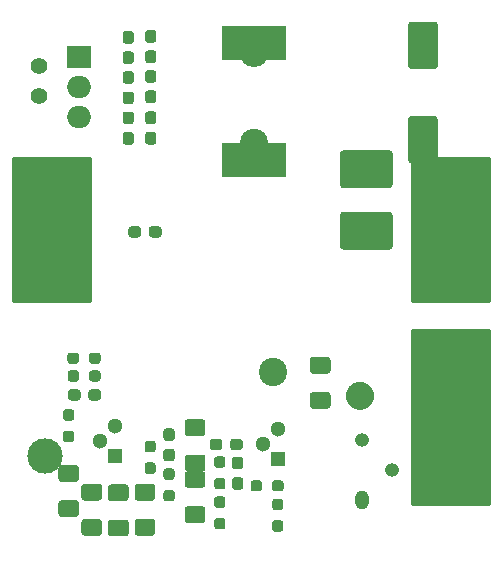
<source format=gbr>
%TF.GenerationSoftware,KiCad,Pcbnew,5.1.7-a382d34a88~89~ubuntu20.04.1*%
%TF.CreationDate,2021-11-17T19:13:42+01:00*%
%TF.ProjectId,miniWhip,6d696e69-5768-4697-902e-6b696361645f,rev?*%
%TF.SameCoordinates,Original*%
%TF.FileFunction,Soldermask,Top*%
%TF.FilePolarity,Negative*%
%FSLAX46Y46*%
G04 Gerber Fmt 4.6, Leading zero omitted, Abs format (unit mm)*
G04 Created by KiCad (PCBNEW 5.1.7-a382d34a88~89~ubuntu20.04.1) date 2021-11-17 19:13:42*
%MOMM*%
%LPD*%
G01*
G04 APERTURE LIST*
%ADD10R,1.300000X1.300000*%
%ADD11C,1.300000*%
%ADD12R,5.400000X2.900000*%
%ADD13C,1.400000*%
%ADD14O,2.000000X1.905000*%
%ADD15R,2.000000X1.905000*%
%ADD16O,2.400000X2.400000*%
%ADD17C,2.400000*%
%ADD18R,5.080000X1.500000*%
%ADD19C,3.000000*%
%ADD20O,1.200000X1.600000*%
%ADD21O,1.200000X1.200000*%
%ADD22C,0.254000*%
%ADD23C,0.100000*%
G04 APERTURE END LIST*
%TO.C,R12*%
G36*
G01*
X36558500Y-59336500D02*
X36558500Y-59811500D01*
G75*
G02*
X36321000Y-60049000I-237500J0D01*
G01*
X35821000Y-60049000D01*
G75*
G02*
X35583500Y-59811500I0J237500D01*
G01*
X35583500Y-59336500D01*
G75*
G02*
X35821000Y-59099000I237500J0D01*
G01*
X36321000Y-59099000D01*
G75*
G02*
X36558500Y-59336500I0J-237500D01*
G01*
G37*
G36*
G01*
X38383500Y-59336500D02*
X38383500Y-59811500D01*
G75*
G02*
X38146000Y-60049000I-237500J0D01*
G01*
X37646000Y-60049000D01*
G75*
G02*
X37408500Y-59811500I0J237500D01*
G01*
X37408500Y-59336500D01*
G75*
G02*
X37646000Y-59099000I237500J0D01*
G01*
X38146000Y-59099000D01*
G75*
G02*
X38383500Y-59336500I0J-237500D01*
G01*
G37*
%TD*%
D10*
%TO.C,Q1*%
X39621000Y-66324000D03*
D11*
X39621000Y-63784000D03*
X38351000Y-65054000D03*
%TD*%
%TO.C,L2*%
G36*
G01*
X58896000Y-45674000D02*
X62846000Y-45674000D01*
G75*
G02*
X63096000Y-45924000I0J-250000D01*
G01*
X63096000Y-48624000D01*
G75*
G02*
X62846000Y-48874000I-250000J0D01*
G01*
X58896000Y-48874000D01*
G75*
G02*
X58646000Y-48624000I0J250000D01*
G01*
X58646000Y-45924000D01*
G75*
G02*
X58896000Y-45674000I250000J0D01*
G01*
G37*
G36*
G01*
X58896000Y-40474000D02*
X62846000Y-40474000D01*
G75*
G02*
X63096000Y-40724000I0J-250000D01*
G01*
X63096000Y-43424000D01*
G75*
G02*
X62846000Y-43674000I-250000J0D01*
G01*
X58896000Y-43674000D01*
G75*
G02*
X58646000Y-43424000I0J250000D01*
G01*
X58646000Y-40724000D01*
G75*
G02*
X58896000Y-40474000I250000J0D01*
G01*
G37*
%TD*%
D12*
%TO.C,L1*%
X51371000Y-41274000D03*
X51371000Y-31374000D03*
%TD*%
%TO.C,D11*%
G36*
G01*
X56346000Y-60924000D02*
X57596000Y-60924000D01*
G75*
G02*
X57846000Y-61174000I0J-250000D01*
G01*
X57846000Y-62099000D01*
G75*
G02*
X57596000Y-62349000I-250000J0D01*
G01*
X56346000Y-62349000D01*
G75*
G02*
X56096000Y-62099000I0J250000D01*
G01*
X56096000Y-61174000D01*
G75*
G02*
X56346000Y-60924000I250000J0D01*
G01*
G37*
G36*
G01*
X56346000Y-57949000D02*
X57596000Y-57949000D01*
G75*
G02*
X57846000Y-58199000I0J-250000D01*
G01*
X57846000Y-59124000D01*
G75*
G02*
X57596000Y-59374000I-250000J0D01*
G01*
X56346000Y-59374000D01*
G75*
G02*
X56096000Y-59124000I0J250000D01*
G01*
X56096000Y-58199000D01*
G75*
G02*
X56346000Y-57949000I250000J0D01*
G01*
G37*
%TD*%
%TO.C,D10*%
G36*
G01*
X45746000Y-70599000D02*
X46996000Y-70599000D01*
G75*
G02*
X47246000Y-70849000I0J-250000D01*
G01*
X47246000Y-71774000D01*
G75*
G02*
X46996000Y-72024000I-250000J0D01*
G01*
X45746000Y-72024000D01*
G75*
G02*
X45496000Y-71774000I0J250000D01*
G01*
X45496000Y-70849000D01*
G75*
G02*
X45746000Y-70599000I250000J0D01*
G01*
G37*
G36*
G01*
X45746000Y-67624000D02*
X46996000Y-67624000D01*
G75*
G02*
X47246000Y-67874000I0J-250000D01*
G01*
X47246000Y-68799000D01*
G75*
G02*
X46996000Y-69049000I-250000J0D01*
G01*
X45746000Y-69049000D01*
G75*
G02*
X45496000Y-68799000I0J250000D01*
G01*
X45496000Y-67874000D01*
G75*
G02*
X45746000Y-67624000I250000J0D01*
G01*
G37*
%TD*%
%TO.C,D9*%
G36*
G01*
X45746000Y-66224000D02*
X46996000Y-66224000D01*
G75*
G02*
X47246000Y-66474000I0J-250000D01*
G01*
X47246000Y-67399000D01*
G75*
G02*
X46996000Y-67649000I-250000J0D01*
G01*
X45746000Y-67649000D01*
G75*
G02*
X45496000Y-67399000I0J250000D01*
G01*
X45496000Y-66474000D01*
G75*
G02*
X45746000Y-66224000I250000J0D01*
G01*
G37*
G36*
G01*
X45746000Y-63249000D02*
X46996000Y-63249000D01*
G75*
G02*
X47246000Y-63499000I0J-250000D01*
G01*
X47246000Y-64424000D01*
G75*
G02*
X46996000Y-64674000I-250000J0D01*
G01*
X45746000Y-64674000D01*
G75*
G02*
X45496000Y-64424000I0J250000D01*
G01*
X45496000Y-63499000D01*
G75*
G02*
X45746000Y-63249000I250000J0D01*
G01*
G37*
%TD*%
%TO.C,D8*%
G36*
G01*
X42746000Y-70124000D02*
X41496000Y-70124000D01*
G75*
G02*
X41246000Y-69874000I0J250000D01*
G01*
X41246000Y-68949000D01*
G75*
G02*
X41496000Y-68699000I250000J0D01*
G01*
X42746000Y-68699000D01*
G75*
G02*
X42996000Y-68949000I0J-250000D01*
G01*
X42996000Y-69874000D01*
G75*
G02*
X42746000Y-70124000I-250000J0D01*
G01*
G37*
G36*
G01*
X42746000Y-73099000D02*
X41496000Y-73099000D01*
G75*
G02*
X41246000Y-72849000I0J250000D01*
G01*
X41246000Y-71924000D01*
G75*
G02*
X41496000Y-71674000I250000J0D01*
G01*
X42746000Y-71674000D01*
G75*
G02*
X42996000Y-71924000I0J-250000D01*
G01*
X42996000Y-72849000D01*
G75*
G02*
X42746000Y-73099000I-250000J0D01*
G01*
G37*
%TD*%
%TO.C,D7*%
G36*
G01*
X39246000Y-71724000D02*
X40496000Y-71724000D01*
G75*
G02*
X40746000Y-71974000I0J-250000D01*
G01*
X40746000Y-72899000D01*
G75*
G02*
X40496000Y-73149000I-250000J0D01*
G01*
X39246000Y-73149000D01*
G75*
G02*
X38996000Y-72899000I0J250000D01*
G01*
X38996000Y-71974000D01*
G75*
G02*
X39246000Y-71724000I250000J0D01*
G01*
G37*
G36*
G01*
X39246000Y-68749000D02*
X40496000Y-68749000D01*
G75*
G02*
X40746000Y-68999000I0J-250000D01*
G01*
X40746000Y-69924000D01*
G75*
G02*
X40496000Y-70174000I-250000J0D01*
G01*
X39246000Y-70174000D01*
G75*
G02*
X38996000Y-69924000I0J250000D01*
G01*
X38996000Y-68999000D01*
G75*
G02*
X39246000Y-68749000I250000J0D01*
G01*
G37*
%TD*%
%TO.C,D6*%
G36*
G01*
X38246000Y-70124000D02*
X36996000Y-70124000D01*
G75*
G02*
X36746000Y-69874000I0J250000D01*
G01*
X36746000Y-68949000D01*
G75*
G02*
X36996000Y-68699000I250000J0D01*
G01*
X38246000Y-68699000D01*
G75*
G02*
X38496000Y-68949000I0J-250000D01*
G01*
X38496000Y-69874000D01*
G75*
G02*
X38246000Y-70124000I-250000J0D01*
G01*
G37*
G36*
G01*
X38246000Y-73099000D02*
X36996000Y-73099000D01*
G75*
G02*
X36746000Y-72849000I0J250000D01*
G01*
X36746000Y-71924000D01*
G75*
G02*
X36996000Y-71674000I250000J0D01*
G01*
X38246000Y-71674000D01*
G75*
G02*
X38496000Y-71924000I0J-250000D01*
G01*
X38496000Y-72849000D01*
G75*
G02*
X38246000Y-73099000I-250000J0D01*
G01*
G37*
%TD*%
%TO.C,D5*%
G36*
G01*
X36296000Y-68536500D02*
X35046000Y-68536500D01*
G75*
G02*
X34796000Y-68286500I0J250000D01*
G01*
X34796000Y-67361500D01*
G75*
G02*
X35046000Y-67111500I250000J0D01*
G01*
X36296000Y-67111500D01*
G75*
G02*
X36546000Y-67361500I0J-250000D01*
G01*
X36546000Y-68286500D01*
G75*
G02*
X36296000Y-68536500I-250000J0D01*
G01*
G37*
G36*
G01*
X36296000Y-71511500D02*
X35046000Y-71511500D01*
G75*
G02*
X34796000Y-71261500I0J250000D01*
G01*
X34796000Y-70336500D01*
G75*
G02*
X35046000Y-70086500I250000J0D01*
G01*
X36296000Y-70086500D01*
G75*
G02*
X36546000Y-70336500I0J-250000D01*
G01*
X36546000Y-71261500D01*
G75*
G02*
X36296000Y-71511500I-250000J0D01*
G01*
G37*
%TD*%
D13*
%TO.C,TP2*%
X33121000Y-35864000D03*
X33121000Y-33324000D03*
%TD*%
D14*
%TO.C,U2*%
X36521000Y-37604000D03*
X36521000Y-35064000D03*
D15*
X36521000Y-32524000D03*
%TD*%
D16*
%TO.C,R23*%
X51371000Y-32204000D03*
D17*
X51371000Y-39824000D03*
%TD*%
D18*
%TO.C,J6*%
X68471000Y-47374000D03*
X68471000Y-43124000D03*
X68471000Y-51624000D03*
%TD*%
%TO.C,J5*%
X33571000Y-47374000D03*
X33571000Y-51624000D03*
X33571000Y-43124000D03*
%TD*%
%TO.C,C22*%
G36*
G01*
X64671000Y-37574000D02*
X66671000Y-37574000D01*
G75*
G02*
X66921000Y-37824000I0J-250000D01*
G01*
X66921000Y-41324000D01*
G75*
G02*
X66671000Y-41574000I-250000J0D01*
G01*
X64671000Y-41574000D01*
G75*
G02*
X64421000Y-41324000I0J250000D01*
G01*
X64421000Y-37824000D01*
G75*
G02*
X64671000Y-37574000I250000J0D01*
G01*
G37*
G36*
G01*
X64671000Y-29574000D02*
X66671000Y-29574000D01*
G75*
G02*
X66921000Y-29824000I0J-250000D01*
G01*
X66921000Y-33324000D01*
G75*
G02*
X66671000Y-33574000I-250000J0D01*
G01*
X64671000Y-33574000D01*
G75*
G02*
X64421000Y-33324000I0J250000D01*
G01*
X64421000Y-29824000D01*
G75*
G02*
X64671000Y-29574000I250000J0D01*
G01*
G37*
%TD*%
%TO.C,C21*%
G36*
G01*
X42383500Y-38899000D02*
X42858500Y-38899000D01*
G75*
G02*
X43096000Y-39136500I0J-237500D01*
G01*
X43096000Y-39736500D01*
G75*
G02*
X42858500Y-39974000I-237500J0D01*
G01*
X42383500Y-39974000D01*
G75*
G02*
X42146000Y-39736500I0J237500D01*
G01*
X42146000Y-39136500D01*
G75*
G02*
X42383500Y-38899000I237500J0D01*
G01*
G37*
G36*
G01*
X42383500Y-37174000D02*
X42858500Y-37174000D01*
G75*
G02*
X43096000Y-37411500I0J-237500D01*
G01*
X43096000Y-38011500D01*
G75*
G02*
X42858500Y-38249000I-237500J0D01*
G01*
X42383500Y-38249000D01*
G75*
G02*
X42146000Y-38011500I0J237500D01*
G01*
X42146000Y-37411500D01*
G75*
G02*
X42383500Y-37174000I237500J0D01*
G01*
G37*
%TD*%
%TO.C,C20*%
G36*
G01*
X40958500Y-34836500D02*
X40483500Y-34836500D01*
G75*
G02*
X40246000Y-34599000I0J237500D01*
G01*
X40246000Y-33999000D01*
G75*
G02*
X40483500Y-33761500I237500J0D01*
G01*
X40958500Y-33761500D01*
G75*
G02*
X41196000Y-33999000I0J-237500D01*
G01*
X41196000Y-34599000D01*
G75*
G02*
X40958500Y-34836500I-237500J0D01*
G01*
G37*
G36*
G01*
X40958500Y-36561500D02*
X40483500Y-36561500D01*
G75*
G02*
X40246000Y-36324000I0J237500D01*
G01*
X40246000Y-35724000D01*
G75*
G02*
X40483500Y-35486500I237500J0D01*
G01*
X40958500Y-35486500D01*
G75*
G02*
X41196000Y-35724000I0J-237500D01*
G01*
X41196000Y-36324000D01*
G75*
G02*
X40958500Y-36561500I-237500J0D01*
G01*
G37*
%TD*%
%TO.C,C19*%
G36*
G01*
X40483500Y-38911500D02*
X40958500Y-38911500D01*
G75*
G02*
X41196000Y-39149000I0J-237500D01*
G01*
X41196000Y-39749000D01*
G75*
G02*
X40958500Y-39986500I-237500J0D01*
G01*
X40483500Y-39986500D01*
G75*
G02*
X40246000Y-39749000I0J237500D01*
G01*
X40246000Y-39149000D01*
G75*
G02*
X40483500Y-38911500I237500J0D01*
G01*
G37*
G36*
G01*
X40483500Y-37186500D02*
X40958500Y-37186500D01*
G75*
G02*
X41196000Y-37424000I0J-237500D01*
G01*
X41196000Y-38024000D01*
G75*
G02*
X40958500Y-38261500I-237500J0D01*
G01*
X40483500Y-38261500D01*
G75*
G02*
X40246000Y-38024000I0J237500D01*
G01*
X40246000Y-37424000D01*
G75*
G02*
X40483500Y-37186500I237500J0D01*
G01*
G37*
%TD*%
%TO.C,C18*%
G36*
G01*
X42858500Y-34749000D02*
X42383500Y-34749000D01*
G75*
G02*
X42146000Y-34511500I0J237500D01*
G01*
X42146000Y-33911500D01*
G75*
G02*
X42383500Y-33674000I237500J0D01*
G01*
X42858500Y-33674000D01*
G75*
G02*
X43096000Y-33911500I0J-237500D01*
G01*
X43096000Y-34511500D01*
G75*
G02*
X42858500Y-34749000I-237500J0D01*
G01*
G37*
G36*
G01*
X42858500Y-36474000D02*
X42383500Y-36474000D01*
G75*
G02*
X42146000Y-36236500I0J237500D01*
G01*
X42146000Y-35636500D01*
G75*
G02*
X42383500Y-35399000I237500J0D01*
G01*
X42858500Y-35399000D01*
G75*
G02*
X43096000Y-35636500I0J-237500D01*
G01*
X43096000Y-36236500D01*
G75*
G02*
X42858500Y-36474000I-237500J0D01*
G01*
G37*
%TD*%
%TO.C,C17*%
G36*
G01*
X42383500Y-32011500D02*
X42858500Y-32011500D01*
G75*
G02*
X43096000Y-32249000I0J-237500D01*
G01*
X43096000Y-32849000D01*
G75*
G02*
X42858500Y-33086500I-237500J0D01*
G01*
X42383500Y-33086500D01*
G75*
G02*
X42146000Y-32849000I0J237500D01*
G01*
X42146000Y-32249000D01*
G75*
G02*
X42383500Y-32011500I237500J0D01*
G01*
G37*
G36*
G01*
X42383500Y-30286500D02*
X42858500Y-30286500D01*
G75*
G02*
X43096000Y-30524000I0J-237500D01*
G01*
X43096000Y-31124000D01*
G75*
G02*
X42858500Y-31361500I-237500J0D01*
G01*
X42383500Y-31361500D01*
G75*
G02*
X42146000Y-31124000I0J237500D01*
G01*
X42146000Y-30524000D01*
G75*
G02*
X42383500Y-30286500I237500J0D01*
G01*
G37*
%TD*%
%TO.C,C16*%
G36*
G01*
X41808500Y-47136500D02*
X41808500Y-47611500D01*
G75*
G02*
X41571000Y-47849000I-237500J0D01*
G01*
X40971000Y-47849000D01*
G75*
G02*
X40733500Y-47611500I0J237500D01*
G01*
X40733500Y-47136500D01*
G75*
G02*
X40971000Y-46899000I237500J0D01*
G01*
X41571000Y-46899000D01*
G75*
G02*
X41808500Y-47136500I0J-237500D01*
G01*
G37*
G36*
G01*
X43533500Y-47136500D02*
X43533500Y-47611500D01*
G75*
G02*
X43296000Y-47849000I-237500J0D01*
G01*
X42696000Y-47849000D01*
G75*
G02*
X42458500Y-47611500I0J237500D01*
G01*
X42458500Y-47136500D01*
G75*
G02*
X42696000Y-46899000I237500J0D01*
G01*
X43296000Y-46899000D01*
G75*
G02*
X43533500Y-47136500I0J-237500D01*
G01*
G37*
%TD*%
%TO.C,C15*%
G36*
G01*
X40483500Y-32086500D02*
X40958500Y-32086500D01*
G75*
G02*
X41196000Y-32324000I0J-237500D01*
G01*
X41196000Y-32924000D01*
G75*
G02*
X40958500Y-33161500I-237500J0D01*
G01*
X40483500Y-33161500D01*
G75*
G02*
X40246000Y-32924000I0J237500D01*
G01*
X40246000Y-32324000D01*
G75*
G02*
X40483500Y-32086500I237500J0D01*
G01*
G37*
G36*
G01*
X40483500Y-30361500D02*
X40958500Y-30361500D01*
G75*
G02*
X41196000Y-30599000I0J-237500D01*
G01*
X41196000Y-31199000D01*
G75*
G02*
X40958500Y-31436500I-237500J0D01*
G01*
X40483500Y-31436500D01*
G75*
G02*
X40246000Y-31199000I0J237500D01*
G01*
X40246000Y-30599000D01*
G75*
G02*
X40483500Y-30361500I237500J0D01*
G01*
G37*
%TD*%
D19*
%TO.C,TP1*%
X33671000Y-66374000D03*
%TD*%
%TO.C,C11*%
G36*
G01*
X36683500Y-60936500D02*
X36683500Y-61411500D01*
G75*
G02*
X36446000Y-61649000I-237500J0D01*
G01*
X35846000Y-61649000D01*
G75*
G02*
X35608500Y-61411500I0J237500D01*
G01*
X35608500Y-60936500D01*
G75*
G02*
X35846000Y-60699000I237500J0D01*
G01*
X36446000Y-60699000D01*
G75*
G02*
X36683500Y-60936500I0J-237500D01*
G01*
G37*
G36*
G01*
X38408500Y-60936500D02*
X38408500Y-61411500D01*
G75*
G02*
X38171000Y-61649000I-237500J0D01*
G01*
X37571000Y-61649000D01*
G75*
G02*
X37333500Y-61411500I0J237500D01*
G01*
X37333500Y-60936500D01*
G75*
G02*
X37571000Y-60699000I237500J0D01*
G01*
X38171000Y-60699000D01*
G75*
G02*
X38408500Y-60936500I0J-237500D01*
G01*
G37*
%TD*%
%TO.C,C12*%
G36*
G01*
X44408500Y-66811500D02*
X43933500Y-66811500D01*
G75*
G02*
X43696000Y-66574000I0J237500D01*
G01*
X43696000Y-65974000D01*
G75*
G02*
X43933500Y-65736500I237500J0D01*
G01*
X44408500Y-65736500D01*
G75*
G02*
X44646000Y-65974000I0J-237500D01*
G01*
X44646000Y-66574000D01*
G75*
G02*
X44408500Y-66811500I-237500J0D01*
G01*
G37*
G36*
G01*
X44408500Y-65086500D02*
X43933500Y-65086500D01*
G75*
G02*
X43696000Y-64849000I0J237500D01*
G01*
X43696000Y-64249000D01*
G75*
G02*
X43933500Y-64011500I237500J0D01*
G01*
X44408500Y-64011500D01*
G75*
G02*
X44646000Y-64249000I0J-237500D01*
G01*
X44646000Y-64849000D01*
G75*
G02*
X44408500Y-65086500I-237500J0D01*
G01*
G37*
%TD*%
%TO.C,C13*%
G36*
G01*
X49333500Y-65611500D02*
X49333500Y-65136500D01*
G75*
G02*
X49571000Y-64899000I237500J0D01*
G01*
X50171000Y-64899000D01*
G75*
G02*
X50408500Y-65136500I0J-237500D01*
G01*
X50408500Y-65611500D01*
G75*
G02*
X50171000Y-65849000I-237500J0D01*
G01*
X49571000Y-65849000D01*
G75*
G02*
X49333500Y-65611500I0J237500D01*
G01*
G37*
G36*
G01*
X47608500Y-65611500D02*
X47608500Y-65136500D01*
G75*
G02*
X47846000Y-64899000I237500J0D01*
G01*
X48446000Y-64899000D01*
G75*
G02*
X48683500Y-65136500I0J-237500D01*
G01*
X48683500Y-65611500D01*
G75*
G02*
X48446000Y-65849000I-237500J0D01*
G01*
X47846000Y-65849000D01*
G75*
G02*
X47608500Y-65611500I0J237500D01*
G01*
G37*
%TD*%
%TO.C,C14*%
G36*
G01*
X49733500Y-66411500D02*
X50208500Y-66411500D01*
G75*
G02*
X50446000Y-66649000I0J-237500D01*
G01*
X50446000Y-67249000D01*
G75*
G02*
X50208500Y-67486500I-237500J0D01*
G01*
X49733500Y-67486500D01*
G75*
G02*
X49496000Y-67249000I0J237500D01*
G01*
X49496000Y-66649000D01*
G75*
G02*
X49733500Y-66411500I237500J0D01*
G01*
G37*
G36*
G01*
X49733500Y-68136500D02*
X50208500Y-68136500D01*
G75*
G02*
X50446000Y-68374000I0J-237500D01*
G01*
X50446000Y-68974000D01*
G75*
G02*
X50208500Y-69211500I-237500J0D01*
G01*
X49733500Y-69211500D01*
G75*
G02*
X49496000Y-68974000I0J237500D01*
G01*
X49496000Y-68374000D01*
G75*
G02*
X49733500Y-68136500I237500J0D01*
G01*
G37*
%TD*%
D18*
%TO.C,J4*%
X68471000Y-67424000D03*
X68471000Y-58924000D03*
X68471000Y-63174000D03*
%TD*%
D10*
%TO.C,Q2*%
X53421000Y-66574000D03*
D11*
X53421000Y-64034000D03*
X52151000Y-65304000D03*
%TD*%
D20*
%TO.C,Q3*%
X60471000Y-70074000D03*
D21*
X63011000Y-67534000D03*
X60471000Y-64994000D03*
%TD*%
%TO.C,R10*%
G36*
G01*
X35571000Y-58311500D02*
X35571000Y-57836500D01*
G75*
G02*
X35808500Y-57599000I237500J0D01*
G01*
X36308500Y-57599000D01*
G75*
G02*
X36546000Y-57836500I0J-237500D01*
G01*
X36546000Y-58311500D01*
G75*
G02*
X36308500Y-58549000I-237500J0D01*
G01*
X35808500Y-58549000D01*
G75*
G02*
X35571000Y-58311500I0J237500D01*
G01*
G37*
G36*
G01*
X37396000Y-58311500D02*
X37396000Y-57836500D01*
G75*
G02*
X37633500Y-57599000I237500J0D01*
G01*
X38133500Y-57599000D01*
G75*
G02*
X38371000Y-57836500I0J-237500D01*
G01*
X38371000Y-58311500D01*
G75*
G02*
X38133500Y-58549000I-237500J0D01*
G01*
X37633500Y-58549000D01*
G75*
G02*
X37396000Y-58311500I0J237500D01*
G01*
G37*
%TD*%
%TO.C,R11*%
G36*
G01*
X35433500Y-64211500D02*
X35908500Y-64211500D01*
G75*
G02*
X36146000Y-64449000I0J-237500D01*
G01*
X36146000Y-64949000D01*
G75*
G02*
X35908500Y-65186500I-237500J0D01*
G01*
X35433500Y-65186500D01*
G75*
G02*
X35196000Y-64949000I0J237500D01*
G01*
X35196000Y-64449000D01*
G75*
G02*
X35433500Y-64211500I237500J0D01*
G01*
G37*
G36*
G01*
X35433500Y-62386500D02*
X35908500Y-62386500D01*
G75*
G02*
X36146000Y-62624000I0J-237500D01*
G01*
X36146000Y-63124000D01*
G75*
G02*
X35908500Y-63361500I-237500J0D01*
G01*
X35433500Y-63361500D01*
G75*
G02*
X35196000Y-63124000I0J237500D01*
G01*
X35196000Y-62624000D01*
G75*
G02*
X35433500Y-62386500I237500J0D01*
G01*
G37*
%TD*%
%TO.C,R13*%
G36*
G01*
X42333500Y-66886500D02*
X42808500Y-66886500D01*
G75*
G02*
X43046000Y-67124000I0J-237500D01*
G01*
X43046000Y-67624000D01*
G75*
G02*
X42808500Y-67861500I-237500J0D01*
G01*
X42333500Y-67861500D01*
G75*
G02*
X42096000Y-67624000I0J237500D01*
G01*
X42096000Y-67124000D01*
G75*
G02*
X42333500Y-66886500I237500J0D01*
G01*
G37*
G36*
G01*
X42333500Y-65061500D02*
X42808500Y-65061500D01*
G75*
G02*
X43046000Y-65299000I0J-237500D01*
G01*
X43046000Y-65799000D01*
G75*
G02*
X42808500Y-66036500I-237500J0D01*
G01*
X42333500Y-66036500D01*
G75*
G02*
X42096000Y-65799000I0J237500D01*
G01*
X42096000Y-65299000D01*
G75*
G02*
X42333500Y-65061500I237500J0D01*
G01*
G37*
%TD*%
%TO.C,R14*%
G36*
G01*
X43933500Y-67386500D02*
X44408500Y-67386500D01*
G75*
G02*
X44646000Y-67624000I0J-237500D01*
G01*
X44646000Y-68124000D01*
G75*
G02*
X44408500Y-68361500I-237500J0D01*
G01*
X43933500Y-68361500D01*
G75*
G02*
X43696000Y-68124000I0J237500D01*
G01*
X43696000Y-67624000D01*
G75*
G02*
X43933500Y-67386500I237500J0D01*
G01*
G37*
G36*
G01*
X43933500Y-69211500D02*
X44408500Y-69211500D01*
G75*
G02*
X44646000Y-69449000I0J-237500D01*
G01*
X44646000Y-69949000D01*
G75*
G02*
X44408500Y-70186500I-237500J0D01*
G01*
X43933500Y-70186500D01*
G75*
G02*
X43696000Y-69949000I0J237500D01*
G01*
X43696000Y-69449000D01*
G75*
G02*
X43933500Y-69211500I237500J0D01*
G01*
G37*
%TD*%
%TO.C,R15*%
G36*
G01*
X48233500Y-69761500D02*
X48708500Y-69761500D01*
G75*
G02*
X48946000Y-69999000I0J-237500D01*
G01*
X48946000Y-70499000D01*
G75*
G02*
X48708500Y-70736500I-237500J0D01*
G01*
X48233500Y-70736500D01*
G75*
G02*
X47996000Y-70499000I0J237500D01*
G01*
X47996000Y-69999000D01*
G75*
G02*
X48233500Y-69761500I237500J0D01*
G01*
G37*
G36*
G01*
X48233500Y-71586500D02*
X48708500Y-71586500D01*
G75*
G02*
X48946000Y-71824000I0J-237500D01*
G01*
X48946000Y-72324000D01*
G75*
G02*
X48708500Y-72561500I-237500J0D01*
G01*
X48233500Y-72561500D01*
G75*
G02*
X47996000Y-72324000I0J237500D01*
G01*
X47996000Y-71824000D01*
G75*
G02*
X48233500Y-71586500I237500J0D01*
G01*
G37*
%TD*%
%TO.C,R16*%
G36*
G01*
X48233500Y-66374000D02*
X48708500Y-66374000D01*
G75*
G02*
X48946000Y-66611500I0J-237500D01*
G01*
X48946000Y-67111500D01*
G75*
G02*
X48708500Y-67349000I-237500J0D01*
G01*
X48233500Y-67349000D01*
G75*
G02*
X47996000Y-67111500I0J237500D01*
G01*
X47996000Y-66611500D01*
G75*
G02*
X48233500Y-66374000I237500J0D01*
G01*
G37*
G36*
G01*
X48233500Y-68199000D02*
X48708500Y-68199000D01*
G75*
G02*
X48946000Y-68436500I0J-237500D01*
G01*
X48946000Y-68936500D01*
G75*
G02*
X48708500Y-69174000I-237500J0D01*
G01*
X48233500Y-69174000D01*
G75*
G02*
X47996000Y-68936500I0J237500D01*
G01*
X47996000Y-68436500D01*
G75*
G02*
X48233500Y-68199000I237500J0D01*
G01*
G37*
%TD*%
%TO.C,R17*%
G36*
G01*
X51071000Y-69111500D02*
X51071000Y-68636500D01*
G75*
G02*
X51308500Y-68399000I237500J0D01*
G01*
X51808500Y-68399000D01*
G75*
G02*
X52046000Y-68636500I0J-237500D01*
G01*
X52046000Y-69111500D01*
G75*
G02*
X51808500Y-69349000I-237500J0D01*
G01*
X51308500Y-69349000D01*
G75*
G02*
X51071000Y-69111500I0J237500D01*
G01*
G37*
G36*
G01*
X52896000Y-69111500D02*
X52896000Y-68636500D01*
G75*
G02*
X53133500Y-68399000I237500J0D01*
G01*
X53633500Y-68399000D01*
G75*
G02*
X53871000Y-68636500I0J-237500D01*
G01*
X53871000Y-69111500D01*
G75*
G02*
X53633500Y-69349000I-237500J0D01*
G01*
X53133500Y-69349000D01*
G75*
G02*
X52896000Y-69111500I0J237500D01*
G01*
G37*
%TD*%
%TO.C,R18*%
G36*
G01*
X53133500Y-69961500D02*
X53608500Y-69961500D01*
G75*
G02*
X53846000Y-70199000I0J-237500D01*
G01*
X53846000Y-70699000D01*
G75*
G02*
X53608500Y-70936500I-237500J0D01*
G01*
X53133500Y-70936500D01*
G75*
G02*
X52896000Y-70699000I0J237500D01*
G01*
X52896000Y-70199000D01*
G75*
G02*
X53133500Y-69961500I237500J0D01*
G01*
G37*
G36*
G01*
X53133500Y-71786500D02*
X53608500Y-71786500D01*
G75*
G02*
X53846000Y-72024000I0J-237500D01*
G01*
X53846000Y-72524000D01*
G75*
G02*
X53608500Y-72761500I-237500J0D01*
G01*
X53133500Y-72761500D01*
G75*
G02*
X52896000Y-72524000I0J237500D01*
G01*
X52896000Y-72024000D01*
G75*
G02*
X53133500Y-71786500I237500J0D01*
G01*
G37*
%TD*%
D17*
%TO.C,R19*%
X52971000Y-59274000D03*
G36*
G01*
X59172244Y-60935618D02*
X59172244Y-60935618D01*
G75*
G02*
X60641938Y-60087090I1159111J-310583D01*
G01*
X60641938Y-60087090D01*
G75*
G02*
X61490466Y-61556784I-310583J-1159111D01*
G01*
X61490466Y-61556784D01*
G75*
G02*
X60020772Y-62405312I-1159111J310583D01*
G01*
X60020772Y-62405312D01*
G75*
G02*
X59172244Y-60935618I310583J1159111D01*
G01*
G37*
%TD*%
D22*
X71244000Y-70447000D02*
X64748000Y-70447000D01*
X64748000Y-55701000D01*
X71244000Y-55701000D01*
X71244000Y-70447000D01*
D23*
G36*
X71244000Y-70447000D02*
G01*
X64748000Y-70447000D01*
X64748000Y-55701000D01*
X71244000Y-55701000D01*
X71244000Y-70447000D01*
G37*
D22*
X71244000Y-53197000D02*
X64748000Y-53197000D01*
X64748000Y-41153062D01*
X71244000Y-41153062D01*
X71244000Y-53197000D01*
D23*
G36*
X71244000Y-53197000D02*
G01*
X64748000Y-53197000D01*
X64748000Y-41153062D01*
X71244000Y-41153062D01*
X71244000Y-53197000D01*
G37*
D22*
X37494000Y-53197000D02*
X30998000Y-53197000D01*
X30998000Y-41153062D01*
X37494000Y-41153062D01*
X37494000Y-53197000D01*
D23*
G36*
X37494000Y-53197000D02*
G01*
X30998000Y-53197000D01*
X30998000Y-41153062D01*
X37494000Y-41153062D01*
X37494000Y-53197000D01*
G37*
M02*

</source>
